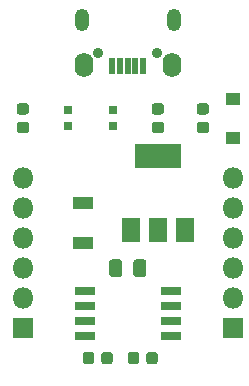
<source format=gts>
%TF.GenerationSoftware,KiCad,Pcbnew,(5.1.6)-1*%
%TF.CreationDate,2020-11-18T13:32:08+05:30*%
%TF.ProjectId,ATTiny85 Development Board,41545469-6e79-4383-9520-446576656c6f,rev?*%
%TF.SameCoordinates,Original*%
%TF.FileFunction,Soldermask,Top*%
%TF.FilePolarity,Negative*%
%FSLAX46Y46*%
G04 Gerber Fmt 4.6, Leading zero omitted, Abs format (unit mm)*
G04 Created by KiCad (PCBNEW (5.1.6)-1) date 2020-11-18 13:32:08*
%MOMM*%
%LPD*%
G01*
G04 APERTURE LIST*
%ADD10R,1.800000X1.000000*%
%ADD11O,1.800000X1.800000*%
%ADD12R,1.800000X1.800000*%
%ADD13O,0.900000X0.900000*%
%ADD14O,1.250000X1.900000*%
%ADD15O,1.550000X2.100000*%
%ADD16R,0.550000X1.400000*%
%ADD17R,1.600000X2.100000*%
%ADD18R,3.900000X2.100000*%
%ADD19R,0.800000X0.700000*%
%ADD20R,1.300000X1.000000*%
%ADD21R,1.800000X0.750000*%
G04 APERTURE END LIST*
D10*
%TO.C,SW1*%
X133350000Y-121080000D03*
X133350000Y-117680000D03*
%TD*%
D11*
%TO.C,J3*%
X146050000Y-115570000D03*
X146050000Y-118110000D03*
X146050000Y-120650000D03*
X146050000Y-123190000D03*
X146050000Y-125730000D03*
D12*
X146050000Y-128270000D03*
%TD*%
D13*
%TO.C,J1*%
X134660000Y-104940000D03*
X139660000Y-104940000D03*
D14*
X133285000Y-102190000D03*
X141035000Y-102190000D03*
D15*
X133435000Y-105990000D03*
X140885000Y-105990000D03*
D16*
X135860000Y-106040000D03*
X136510000Y-106040000D03*
X137160000Y-106040000D03*
X137810000Y-106040000D03*
X138460000Y-106040000D03*
%TD*%
D17*
%TO.C,U2*%
X137400000Y-119990000D03*
X142000000Y-119990000D03*
X139700000Y-119990000D03*
D18*
X139700000Y-113690000D03*
%TD*%
%TO.C,R4*%
G36*
G01*
X136685000Y-122678700D02*
X136685000Y-123701300D01*
G75*
G02*
X136446300Y-123940000I-238700J0D01*
G01*
X135823700Y-123940000D01*
G75*
G02*
X135585000Y-123701300I0J238700D01*
G01*
X135585000Y-122678700D01*
G75*
G02*
X135823700Y-122440000I238700J0D01*
G01*
X136446300Y-122440000D01*
G75*
G02*
X136685000Y-122678700I0J-238700D01*
G01*
G37*
G36*
G01*
X138735000Y-122678700D02*
X138735000Y-123701300D01*
G75*
G02*
X138496300Y-123940000I-238700J0D01*
G01*
X137873700Y-123940000D01*
G75*
G02*
X137635000Y-123701300I0J238700D01*
G01*
X137635000Y-122678700D01*
G75*
G02*
X137873700Y-122440000I238700J0D01*
G01*
X138496300Y-122440000D01*
G75*
G02*
X138735000Y-122678700I0J-238700D01*
G01*
G37*
%TD*%
%TO.C,C1*%
G36*
G01*
X137155000Y-131091250D02*
X137155000Y-130528750D01*
G75*
G02*
X137398750Y-130285000I243750J0D01*
G01*
X137886250Y-130285000D01*
G75*
G02*
X138130000Y-130528750I0J-243750D01*
G01*
X138130000Y-131091250D01*
G75*
G02*
X137886250Y-131335000I-243750J0D01*
G01*
X137398750Y-131335000D01*
G75*
G02*
X137155000Y-131091250I0J243750D01*
G01*
G37*
G36*
G01*
X138730000Y-131091250D02*
X138730000Y-130528750D01*
G75*
G02*
X138973750Y-130285000I243750J0D01*
G01*
X139461250Y-130285000D01*
G75*
G02*
X139705000Y-130528750I0J-243750D01*
G01*
X139705000Y-131091250D01*
G75*
G02*
X139461250Y-131335000I-243750J0D01*
G01*
X138973750Y-131335000D01*
G75*
G02*
X138730000Y-131091250I0J243750D01*
G01*
G37*
%TD*%
%TO.C,C2*%
G36*
G01*
X134320000Y-130528750D02*
X134320000Y-131091250D01*
G75*
G02*
X134076250Y-131335000I-243750J0D01*
G01*
X133588750Y-131335000D01*
G75*
G02*
X133345000Y-131091250I0J243750D01*
G01*
X133345000Y-130528750D01*
G75*
G02*
X133588750Y-130285000I243750J0D01*
G01*
X134076250Y-130285000D01*
G75*
G02*
X134320000Y-130528750I0J-243750D01*
G01*
G37*
G36*
G01*
X135895000Y-130528750D02*
X135895000Y-131091250D01*
G75*
G02*
X135651250Y-131335000I-243750J0D01*
G01*
X135163750Y-131335000D01*
G75*
G02*
X134920000Y-131091250I0J243750D01*
G01*
X134920000Y-130528750D01*
G75*
G02*
X135163750Y-130285000I243750J0D01*
G01*
X135651250Y-130285000D01*
G75*
G02*
X135895000Y-130528750I0J-243750D01*
G01*
G37*
%TD*%
D19*
%TO.C,D1*%
X132080000Y-111190000D03*
X132080000Y-109790000D03*
%TD*%
%TO.C,D2*%
X135890000Y-109790000D03*
X135890000Y-111190000D03*
%TD*%
D20*
%TO.C,D3*%
X146050000Y-108840000D03*
X146050000Y-112140000D03*
%TD*%
%TO.C,D4*%
G36*
G01*
X139981250Y-110190000D02*
X139418750Y-110190000D01*
G75*
G02*
X139175000Y-109946250I0J243750D01*
G01*
X139175000Y-109458750D01*
G75*
G02*
X139418750Y-109215000I243750J0D01*
G01*
X139981250Y-109215000D01*
G75*
G02*
X140225000Y-109458750I0J-243750D01*
G01*
X140225000Y-109946250D01*
G75*
G02*
X139981250Y-110190000I-243750J0D01*
G01*
G37*
G36*
G01*
X139981250Y-111765000D02*
X139418750Y-111765000D01*
G75*
G02*
X139175000Y-111521250I0J243750D01*
G01*
X139175000Y-111033750D01*
G75*
G02*
X139418750Y-110790000I243750J0D01*
G01*
X139981250Y-110790000D01*
G75*
G02*
X140225000Y-111033750I0J-243750D01*
G01*
X140225000Y-111521250D01*
G75*
G02*
X139981250Y-111765000I-243750J0D01*
G01*
G37*
%TD*%
D12*
%TO.C,J2*%
X128270000Y-128270000D03*
D11*
X128270000Y-125730000D03*
X128270000Y-123190000D03*
X128270000Y-120650000D03*
X128270000Y-118110000D03*
X128270000Y-115570000D03*
%TD*%
%TO.C,R1*%
G36*
G01*
X128551250Y-110190000D02*
X127988750Y-110190000D01*
G75*
G02*
X127745000Y-109946250I0J243750D01*
G01*
X127745000Y-109458750D01*
G75*
G02*
X127988750Y-109215000I243750J0D01*
G01*
X128551250Y-109215000D01*
G75*
G02*
X128795000Y-109458750I0J-243750D01*
G01*
X128795000Y-109946250D01*
G75*
G02*
X128551250Y-110190000I-243750J0D01*
G01*
G37*
G36*
G01*
X128551250Y-111765000D02*
X127988750Y-111765000D01*
G75*
G02*
X127745000Y-111521250I0J243750D01*
G01*
X127745000Y-111033750D01*
G75*
G02*
X127988750Y-110790000I243750J0D01*
G01*
X128551250Y-110790000D01*
G75*
G02*
X128795000Y-111033750I0J-243750D01*
G01*
X128795000Y-111521250D01*
G75*
G02*
X128551250Y-111765000I-243750J0D01*
G01*
G37*
%TD*%
%TO.C,R5*%
G36*
G01*
X143791250Y-111765000D02*
X143228750Y-111765000D01*
G75*
G02*
X142985000Y-111521250I0J243750D01*
G01*
X142985000Y-111033750D01*
G75*
G02*
X143228750Y-110790000I243750J0D01*
G01*
X143791250Y-110790000D01*
G75*
G02*
X144035000Y-111033750I0J-243750D01*
G01*
X144035000Y-111521250D01*
G75*
G02*
X143791250Y-111765000I-243750J0D01*
G01*
G37*
G36*
G01*
X143791250Y-110190000D02*
X143228750Y-110190000D01*
G75*
G02*
X142985000Y-109946250I0J243750D01*
G01*
X142985000Y-109458750D01*
G75*
G02*
X143228750Y-109215000I243750J0D01*
G01*
X143791250Y-109215000D01*
G75*
G02*
X144035000Y-109458750I0J-243750D01*
G01*
X144035000Y-109946250D01*
G75*
G02*
X143791250Y-110190000I-243750J0D01*
G01*
G37*
%TD*%
D21*
%TO.C,U1*%
X140810000Y-125095000D03*
X140810000Y-126365000D03*
X140810000Y-127635000D03*
X140810000Y-128905000D03*
X133510000Y-128905000D03*
X133510000Y-127635000D03*
X133510000Y-126365000D03*
X133510000Y-125095000D03*
%TD*%
M02*

</source>
